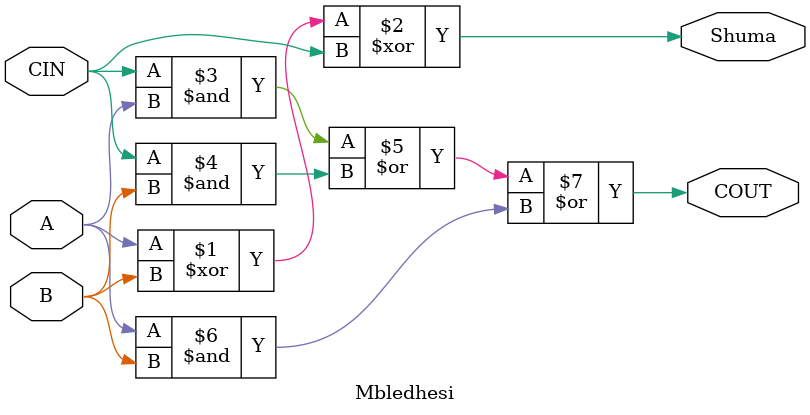
<source format=v>
`timescale 1ns / 1ps
module Mbledhesi(
    input A,
    input B,
    input CIN,
    output Shuma,
    output COUT
    );
    
    assign Shuma = A ^ B ^ CIN;
    assign COUT = CIN & A | CIN & B | A & B;
endmodule
</source>
